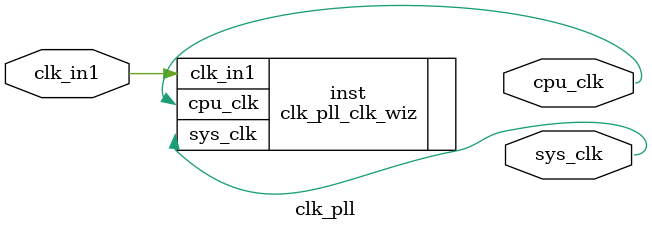
<source format=v>


`timescale 1ps/1ps

(* CORE_GENERATION_INFO = "clk_pll,clk_wiz_v6_0_4_0_0,{component_name=clk_pll,use_phase_alignment=true,use_min_o_jitter=false,use_max_i_jitter=false,use_dyn_phase_shift=false,use_inclk_switchover=false,use_dyn_reconfig=false,enable_axi=0,feedback_source=FDBK_AUTO,PRIMITIVE=PLL,num_out_clk=2,clkin1_period=10.000,clkin2_period=10.000,use_power_down=false,use_reset=false,use_locked=false,use_inclk_stopped=false,feedback_type=SINGLE,CLOCK_MGR_TYPE=NA,manual_override=false}" *)

module clk_pll 
 (
  // Clock out ports
  output        cpu_clk,
  output        sys_clk,
 // Clock in ports
  input         clk_in1
 );

  clk_pll_clk_wiz inst
  (
  // Clock out ports  
  .cpu_clk(cpu_clk),
  .sys_clk(sys_clk),
 // Clock in ports
  .clk_in1(clk_in1)
  );

endmodule

</source>
